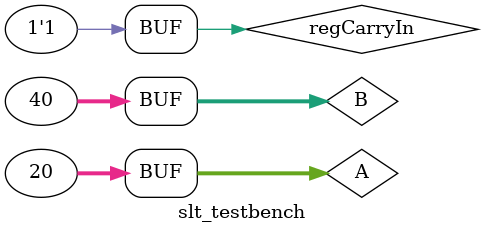
<source format=v>
`define DELAY 20
module slt_testbench();

reg [31:0] A, B, wBNot;
reg regCarryIn;
wire [31:0] wireAdd, wireOutSlt, wOutSlt;
wire wireCarryOut, wireTemp, wSlt, wireOSlt;

not_32_bit not3 (B, wBNot);

adder add0 (A, wBNot, regCarryIn, wireAdd, wireCarryOut, wireTemp);
xor xor2 (wSlt, wireCarryOut, wireTemp);
xor xor3 (wireOSlt, wSlt, wireAdd[31]);
or or2 (wireOutSlt[0], wireOSlt, 1'b0);
or_32_bit or3 ({32{1'b0}}, wireOutSlt, wOutSlt);


initial begin
A = 32'd25; B = 32'd15; regCarryIn = 1'd1;
#`DELAY;
A = 32'd10; B = 32'd2; regCarryIn = 1'd1;
#`DELAY;
A = 32'd190; B = 32'd25; regCarryIn = 1'd1;
#`DELAY;
A = 32'd9; B = 32'd10; regCarryIn = 1'd1;
#`DELAY;
A = 32'd9; B = 32'd11; regCarryIn = 1'd1;
#`DELAY;
A = 32'd20; B = 32'd40; regCarryIn = 1'd1;
end
 
 
initial
begin
$monitor("time=%2d,A =%d,B=%d,Out=%d", $time, A, B, wOutSlt);
end
 
endmodule


</source>
